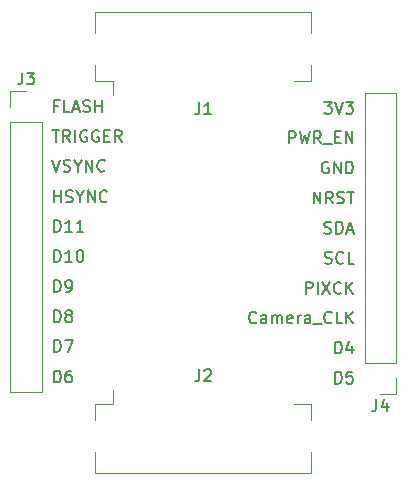
<source format=gto>
G04 #@! TF.GenerationSoftware,KiCad,Pcbnew,5.0.2-bee76a0~70~ubuntu16.04.1*
G04 #@! TF.CreationDate,2019-08-01T02:01:20+05:30*
G04 #@! TF.ProjectId,AR0135_STM32F746G-DISCO_adapter_rev1,41523031-3335-45f5-9354-4d3332463734,rev?*
G04 #@! TF.SameCoordinates,Original*
G04 #@! TF.FileFunction,Legend,Top*
G04 #@! TF.FilePolarity,Positive*
%FSLAX46Y46*%
G04 Gerber Fmt 4.6, Leading zero omitted, Abs format (unit mm)*
G04 Created by KiCad (PCBNEW 5.0.2-bee76a0~70~ubuntu16.04.1) date Thu Aug  1 02:01:20 2019*
%MOMM*%
%LPD*%
G01*
G04 APERTURE LIST*
%ADD10C,0.200000*%
%ADD11C,0.120000*%
%ADD12C,0.150000*%
G04 APERTURE END LIST*
D10*
X17368095Y-41852380D02*
X17368095Y-40852380D01*
X17606190Y-40852380D01*
X17749047Y-40900000D01*
X17844285Y-40995238D01*
X17891904Y-41090476D01*
X17939523Y-41280952D01*
X17939523Y-41423809D01*
X17891904Y-41614285D01*
X17844285Y-41709523D01*
X17749047Y-41804761D01*
X17606190Y-41852380D01*
X17368095Y-41852380D01*
X18796666Y-40852380D02*
X18606190Y-40852380D01*
X18510952Y-40900000D01*
X18463333Y-40947619D01*
X18368095Y-41090476D01*
X18320476Y-41280952D01*
X18320476Y-41661904D01*
X18368095Y-41757142D01*
X18415714Y-41804761D01*
X18510952Y-41852380D01*
X18701428Y-41852380D01*
X18796666Y-41804761D01*
X18844285Y-41757142D01*
X18891904Y-41661904D01*
X18891904Y-41423809D01*
X18844285Y-41328571D01*
X18796666Y-41280952D01*
X18701428Y-41233333D01*
X18510952Y-41233333D01*
X18415714Y-41280952D01*
X18368095Y-41328571D01*
X18320476Y-41423809D01*
X17368095Y-39252380D02*
X17368095Y-38252380D01*
X17606190Y-38252380D01*
X17749047Y-38300000D01*
X17844285Y-38395238D01*
X17891904Y-38490476D01*
X17939523Y-38680952D01*
X17939523Y-38823809D01*
X17891904Y-39014285D01*
X17844285Y-39109523D01*
X17749047Y-39204761D01*
X17606190Y-39252380D01*
X17368095Y-39252380D01*
X18272857Y-38252380D02*
X18939523Y-38252380D01*
X18510952Y-39252380D01*
X17368095Y-36752380D02*
X17368095Y-35752380D01*
X17606190Y-35752380D01*
X17749047Y-35800000D01*
X17844285Y-35895238D01*
X17891904Y-35990476D01*
X17939523Y-36180952D01*
X17939523Y-36323809D01*
X17891904Y-36514285D01*
X17844285Y-36609523D01*
X17749047Y-36704761D01*
X17606190Y-36752380D01*
X17368095Y-36752380D01*
X18510952Y-36180952D02*
X18415714Y-36133333D01*
X18368095Y-36085714D01*
X18320476Y-35990476D01*
X18320476Y-35942857D01*
X18368095Y-35847619D01*
X18415714Y-35800000D01*
X18510952Y-35752380D01*
X18701428Y-35752380D01*
X18796666Y-35800000D01*
X18844285Y-35847619D01*
X18891904Y-35942857D01*
X18891904Y-35990476D01*
X18844285Y-36085714D01*
X18796666Y-36133333D01*
X18701428Y-36180952D01*
X18510952Y-36180952D01*
X18415714Y-36228571D01*
X18368095Y-36276190D01*
X18320476Y-36371428D01*
X18320476Y-36561904D01*
X18368095Y-36657142D01*
X18415714Y-36704761D01*
X18510952Y-36752380D01*
X18701428Y-36752380D01*
X18796666Y-36704761D01*
X18844285Y-36657142D01*
X18891904Y-36561904D01*
X18891904Y-36371428D01*
X18844285Y-36276190D01*
X18796666Y-36228571D01*
X18701428Y-36180952D01*
X17368095Y-34202380D02*
X17368095Y-33202380D01*
X17606190Y-33202380D01*
X17749047Y-33250000D01*
X17844285Y-33345238D01*
X17891904Y-33440476D01*
X17939523Y-33630952D01*
X17939523Y-33773809D01*
X17891904Y-33964285D01*
X17844285Y-34059523D01*
X17749047Y-34154761D01*
X17606190Y-34202380D01*
X17368095Y-34202380D01*
X18415714Y-34202380D02*
X18606190Y-34202380D01*
X18701428Y-34154761D01*
X18749047Y-34107142D01*
X18844285Y-33964285D01*
X18891904Y-33773809D01*
X18891904Y-33392857D01*
X18844285Y-33297619D01*
X18796666Y-33250000D01*
X18701428Y-33202380D01*
X18510952Y-33202380D01*
X18415714Y-33250000D01*
X18368095Y-33297619D01*
X18320476Y-33392857D01*
X18320476Y-33630952D01*
X18368095Y-33726190D01*
X18415714Y-33773809D01*
X18510952Y-33821428D01*
X18701428Y-33821428D01*
X18796666Y-33773809D01*
X18844285Y-33726190D01*
X18891904Y-33630952D01*
X17368095Y-31652380D02*
X17368095Y-30652380D01*
X17606190Y-30652380D01*
X17749047Y-30700000D01*
X17844285Y-30795238D01*
X17891904Y-30890476D01*
X17939523Y-31080952D01*
X17939523Y-31223809D01*
X17891904Y-31414285D01*
X17844285Y-31509523D01*
X17749047Y-31604761D01*
X17606190Y-31652380D01*
X17368095Y-31652380D01*
X18891904Y-31652380D02*
X18320476Y-31652380D01*
X18606190Y-31652380D02*
X18606190Y-30652380D01*
X18510952Y-30795238D01*
X18415714Y-30890476D01*
X18320476Y-30938095D01*
X19510952Y-30652380D02*
X19606190Y-30652380D01*
X19701428Y-30700000D01*
X19749047Y-30747619D01*
X19796666Y-30842857D01*
X19844285Y-31033333D01*
X19844285Y-31271428D01*
X19796666Y-31461904D01*
X19749047Y-31557142D01*
X19701428Y-31604761D01*
X19606190Y-31652380D01*
X19510952Y-31652380D01*
X19415714Y-31604761D01*
X19368095Y-31557142D01*
X19320476Y-31461904D01*
X19272857Y-31271428D01*
X19272857Y-31033333D01*
X19320476Y-30842857D01*
X19368095Y-30747619D01*
X19415714Y-30700000D01*
X19510952Y-30652380D01*
X17368095Y-29102380D02*
X17368095Y-28102380D01*
X17606190Y-28102380D01*
X17749047Y-28150000D01*
X17844285Y-28245238D01*
X17891904Y-28340476D01*
X17939523Y-28530952D01*
X17939523Y-28673809D01*
X17891904Y-28864285D01*
X17844285Y-28959523D01*
X17749047Y-29054761D01*
X17606190Y-29102380D01*
X17368095Y-29102380D01*
X18891904Y-29102380D02*
X18320476Y-29102380D01*
X18606190Y-29102380D02*
X18606190Y-28102380D01*
X18510952Y-28245238D01*
X18415714Y-28340476D01*
X18320476Y-28388095D01*
X19844285Y-29102380D02*
X19272857Y-29102380D01*
X19558571Y-29102380D02*
X19558571Y-28102380D01*
X19463333Y-28245238D01*
X19368095Y-28340476D01*
X19272857Y-28388095D01*
X17368095Y-26602380D02*
X17368095Y-25602380D01*
X17368095Y-26078571D02*
X17939523Y-26078571D01*
X17939523Y-26602380D02*
X17939523Y-25602380D01*
X18368095Y-26554761D02*
X18510952Y-26602380D01*
X18749047Y-26602380D01*
X18844285Y-26554761D01*
X18891904Y-26507142D01*
X18939523Y-26411904D01*
X18939523Y-26316666D01*
X18891904Y-26221428D01*
X18844285Y-26173809D01*
X18749047Y-26126190D01*
X18558571Y-26078571D01*
X18463333Y-26030952D01*
X18415714Y-25983333D01*
X18368095Y-25888095D01*
X18368095Y-25792857D01*
X18415714Y-25697619D01*
X18463333Y-25650000D01*
X18558571Y-25602380D01*
X18796666Y-25602380D01*
X18939523Y-25650000D01*
X19558571Y-26126190D02*
X19558571Y-26602380D01*
X19225238Y-25602380D02*
X19558571Y-26126190D01*
X19891904Y-25602380D01*
X20225238Y-26602380D02*
X20225238Y-25602380D01*
X20796666Y-26602380D01*
X20796666Y-25602380D01*
X21844285Y-26507142D02*
X21796666Y-26554761D01*
X21653809Y-26602380D01*
X21558571Y-26602380D01*
X21415714Y-26554761D01*
X21320476Y-26459523D01*
X21272857Y-26364285D01*
X21225238Y-26173809D01*
X21225238Y-26030952D01*
X21272857Y-25840476D01*
X21320476Y-25745238D01*
X21415714Y-25650000D01*
X21558571Y-25602380D01*
X21653809Y-25602380D01*
X21796666Y-25650000D01*
X21844285Y-25697619D01*
X17225238Y-23002380D02*
X17558571Y-24002380D01*
X17891904Y-23002380D01*
X18177619Y-23954761D02*
X18320476Y-24002380D01*
X18558571Y-24002380D01*
X18653809Y-23954761D01*
X18701428Y-23907142D01*
X18749047Y-23811904D01*
X18749047Y-23716666D01*
X18701428Y-23621428D01*
X18653809Y-23573809D01*
X18558571Y-23526190D01*
X18368095Y-23478571D01*
X18272857Y-23430952D01*
X18225238Y-23383333D01*
X18177619Y-23288095D01*
X18177619Y-23192857D01*
X18225238Y-23097619D01*
X18272857Y-23050000D01*
X18368095Y-23002380D01*
X18606190Y-23002380D01*
X18749047Y-23050000D01*
X19368095Y-23526190D02*
X19368095Y-24002380D01*
X19034761Y-23002380D02*
X19368095Y-23526190D01*
X19701428Y-23002380D01*
X20034761Y-24002380D02*
X20034761Y-23002380D01*
X20606190Y-24002380D01*
X20606190Y-23002380D01*
X21653809Y-23907142D02*
X21606190Y-23954761D01*
X21463333Y-24002380D01*
X21368095Y-24002380D01*
X21225238Y-23954761D01*
X21130000Y-23859523D01*
X21082380Y-23764285D01*
X21034761Y-23573809D01*
X21034761Y-23430952D01*
X21082380Y-23240476D01*
X21130000Y-23145238D01*
X21225238Y-23050000D01*
X21368095Y-23002380D01*
X21463333Y-23002380D01*
X21606190Y-23050000D01*
X21653809Y-23097619D01*
X17225238Y-20502380D02*
X17796666Y-20502380D01*
X17510952Y-21502380D02*
X17510952Y-20502380D01*
X18701428Y-21502380D02*
X18368095Y-21026190D01*
X18130000Y-21502380D02*
X18130000Y-20502380D01*
X18510952Y-20502380D01*
X18606190Y-20550000D01*
X18653809Y-20597619D01*
X18701428Y-20692857D01*
X18701428Y-20835714D01*
X18653809Y-20930952D01*
X18606190Y-20978571D01*
X18510952Y-21026190D01*
X18130000Y-21026190D01*
X19130000Y-21502380D02*
X19130000Y-20502380D01*
X20130000Y-20550000D02*
X20034761Y-20502380D01*
X19891904Y-20502380D01*
X19749047Y-20550000D01*
X19653809Y-20645238D01*
X19606190Y-20740476D01*
X19558571Y-20930952D01*
X19558571Y-21073809D01*
X19606190Y-21264285D01*
X19653809Y-21359523D01*
X19749047Y-21454761D01*
X19891904Y-21502380D01*
X19987142Y-21502380D01*
X20130000Y-21454761D01*
X20177619Y-21407142D01*
X20177619Y-21073809D01*
X19987142Y-21073809D01*
X21130000Y-20550000D02*
X21034761Y-20502380D01*
X20891904Y-20502380D01*
X20749047Y-20550000D01*
X20653809Y-20645238D01*
X20606190Y-20740476D01*
X20558571Y-20930952D01*
X20558571Y-21073809D01*
X20606190Y-21264285D01*
X20653809Y-21359523D01*
X20749047Y-21454761D01*
X20891904Y-21502380D01*
X20987142Y-21502380D01*
X21130000Y-21454761D01*
X21177619Y-21407142D01*
X21177619Y-21073809D01*
X20987142Y-21073809D01*
X21606190Y-20978571D02*
X21939523Y-20978571D01*
X22082380Y-21502380D02*
X21606190Y-21502380D01*
X21606190Y-20502380D01*
X22082380Y-20502380D01*
X23082380Y-21502380D02*
X22749047Y-21026190D01*
X22510952Y-21502380D02*
X22510952Y-20502380D01*
X22891904Y-20502380D01*
X22987142Y-20550000D01*
X23034761Y-20597619D01*
X23082380Y-20692857D01*
X23082380Y-20835714D01*
X23034761Y-20930952D01*
X22987142Y-20978571D01*
X22891904Y-21026190D01*
X22510952Y-21026190D01*
X17701428Y-18428571D02*
X17368095Y-18428571D01*
X17368095Y-18952380D02*
X17368095Y-17952380D01*
X17844285Y-17952380D01*
X18701428Y-18952380D02*
X18225238Y-18952380D01*
X18225238Y-17952380D01*
X18987142Y-18666666D02*
X19463333Y-18666666D01*
X18891904Y-18952380D02*
X19225238Y-17952380D01*
X19558571Y-18952380D01*
X19844285Y-18904761D02*
X19987142Y-18952380D01*
X20225238Y-18952380D01*
X20320476Y-18904761D01*
X20368095Y-18857142D01*
X20415714Y-18761904D01*
X20415714Y-18666666D01*
X20368095Y-18571428D01*
X20320476Y-18523809D01*
X20225238Y-18476190D01*
X20034761Y-18428571D01*
X19939523Y-18380952D01*
X19891904Y-18333333D01*
X19844285Y-18238095D01*
X19844285Y-18142857D01*
X19891904Y-18047619D01*
X19939523Y-18000000D01*
X20034761Y-17952380D01*
X20272857Y-17952380D01*
X20415714Y-18000000D01*
X20844285Y-18952380D02*
X20844285Y-17952380D01*
X20844285Y-18428571D02*
X21415714Y-18428571D01*
X21415714Y-18952380D02*
X21415714Y-17952380D01*
X41155714Y-41952380D02*
X41155714Y-40952380D01*
X41393809Y-40952380D01*
X41536666Y-41000000D01*
X41631904Y-41095238D01*
X41679523Y-41190476D01*
X41727142Y-41380952D01*
X41727142Y-41523809D01*
X41679523Y-41714285D01*
X41631904Y-41809523D01*
X41536666Y-41904761D01*
X41393809Y-41952380D01*
X41155714Y-41952380D01*
X42631904Y-40952380D02*
X42155714Y-40952380D01*
X42108095Y-41428571D01*
X42155714Y-41380952D01*
X42250952Y-41333333D01*
X42489047Y-41333333D01*
X42584285Y-41380952D01*
X42631904Y-41428571D01*
X42679523Y-41523809D01*
X42679523Y-41761904D01*
X42631904Y-41857142D01*
X42584285Y-41904761D01*
X42489047Y-41952380D01*
X42250952Y-41952380D01*
X42155714Y-41904761D01*
X42108095Y-41857142D01*
X41155714Y-39402380D02*
X41155714Y-38402380D01*
X41393809Y-38402380D01*
X41536666Y-38450000D01*
X41631904Y-38545238D01*
X41679523Y-38640476D01*
X41727142Y-38830952D01*
X41727142Y-38973809D01*
X41679523Y-39164285D01*
X41631904Y-39259523D01*
X41536666Y-39354761D01*
X41393809Y-39402380D01*
X41155714Y-39402380D01*
X42584285Y-38735714D02*
X42584285Y-39402380D01*
X42346190Y-38354761D02*
X42108095Y-39069047D01*
X42727142Y-39069047D01*
X34489047Y-36757142D02*
X34441428Y-36804761D01*
X34298571Y-36852380D01*
X34203333Y-36852380D01*
X34060476Y-36804761D01*
X33965238Y-36709523D01*
X33917619Y-36614285D01*
X33870000Y-36423809D01*
X33870000Y-36280952D01*
X33917619Y-36090476D01*
X33965238Y-35995238D01*
X34060476Y-35900000D01*
X34203333Y-35852380D01*
X34298571Y-35852380D01*
X34441428Y-35900000D01*
X34489047Y-35947619D01*
X35346190Y-36852380D02*
X35346190Y-36328571D01*
X35298571Y-36233333D01*
X35203333Y-36185714D01*
X35012857Y-36185714D01*
X34917619Y-36233333D01*
X35346190Y-36804761D02*
X35250952Y-36852380D01*
X35012857Y-36852380D01*
X34917619Y-36804761D01*
X34870000Y-36709523D01*
X34870000Y-36614285D01*
X34917619Y-36519047D01*
X35012857Y-36471428D01*
X35250952Y-36471428D01*
X35346190Y-36423809D01*
X35822380Y-36852380D02*
X35822380Y-36185714D01*
X35822380Y-36280952D02*
X35870000Y-36233333D01*
X35965238Y-36185714D01*
X36108095Y-36185714D01*
X36203333Y-36233333D01*
X36250952Y-36328571D01*
X36250952Y-36852380D01*
X36250952Y-36328571D02*
X36298571Y-36233333D01*
X36393809Y-36185714D01*
X36536666Y-36185714D01*
X36631904Y-36233333D01*
X36679523Y-36328571D01*
X36679523Y-36852380D01*
X37536666Y-36804761D02*
X37441428Y-36852380D01*
X37250952Y-36852380D01*
X37155714Y-36804761D01*
X37108095Y-36709523D01*
X37108095Y-36328571D01*
X37155714Y-36233333D01*
X37250952Y-36185714D01*
X37441428Y-36185714D01*
X37536666Y-36233333D01*
X37584285Y-36328571D01*
X37584285Y-36423809D01*
X37108095Y-36519047D01*
X38012857Y-36852380D02*
X38012857Y-36185714D01*
X38012857Y-36376190D02*
X38060476Y-36280952D01*
X38108095Y-36233333D01*
X38203333Y-36185714D01*
X38298571Y-36185714D01*
X39060476Y-36852380D02*
X39060476Y-36328571D01*
X39012857Y-36233333D01*
X38917619Y-36185714D01*
X38727142Y-36185714D01*
X38631904Y-36233333D01*
X39060476Y-36804761D02*
X38965238Y-36852380D01*
X38727142Y-36852380D01*
X38631904Y-36804761D01*
X38584285Y-36709523D01*
X38584285Y-36614285D01*
X38631904Y-36519047D01*
X38727142Y-36471428D01*
X38965238Y-36471428D01*
X39060476Y-36423809D01*
X39298571Y-36947619D02*
X40060476Y-36947619D01*
X40870000Y-36757142D02*
X40822380Y-36804761D01*
X40679523Y-36852380D01*
X40584285Y-36852380D01*
X40441428Y-36804761D01*
X40346190Y-36709523D01*
X40298571Y-36614285D01*
X40250952Y-36423809D01*
X40250952Y-36280952D01*
X40298571Y-36090476D01*
X40346190Y-35995238D01*
X40441428Y-35900000D01*
X40584285Y-35852380D01*
X40679523Y-35852380D01*
X40822380Y-35900000D01*
X40870000Y-35947619D01*
X41774761Y-36852380D02*
X41298571Y-36852380D01*
X41298571Y-35852380D01*
X42108095Y-36852380D02*
X42108095Y-35852380D01*
X42679523Y-36852380D02*
X42250952Y-36280952D01*
X42679523Y-35852380D02*
X42108095Y-36423809D01*
X38679523Y-34352380D02*
X38679523Y-33352380D01*
X39060476Y-33352380D01*
X39155714Y-33400000D01*
X39203333Y-33447619D01*
X39250952Y-33542857D01*
X39250952Y-33685714D01*
X39203333Y-33780952D01*
X39155714Y-33828571D01*
X39060476Y-33876190D01*
X38679523Y-33876190D01*
X39679523Y-34352380D02*
X39679523Y-33352380D01*
X40060476Y-33352380D02*
X40727142Y-34352380D01*
X40727142Y-33352380D02*
X40060476Y-34352380D01*
X41679523Y-34257142D02*
X41631904Y-34304761D01*
X41489047Y-34352380D01*
X41393809Y-34352380D01*
X41250952Y-34304761D01*
X41155714Y-34209523D01*
X41108095Y-34114285D01*
X41060476Y-33923809D01*
X41060476Y-33780952D01*
X41108095Y-33590476D01*
X41155714Y-33495238D01*
X41250952Y-33400000D01*
X41393809Y-33352380D01*
X41489047Y-33352380D01*
X41631904Y-33400000D01*
X41679523Y-33447619D01*
X42108095Y-34352380D02*
X42108095Y-33352380D01*
X42679523Y-34352380D02*
X42250952Y-33780952D01*
X42679523Y-33352380D02*
X42108095Y-33923809D01*
X40298571Y-31754761D02*
X40441428Y-31802380D01*
X40679523Y-31802380D01*
X40774761Y-31754761D01*
X40822380Y-31707142D01*
X40870000Y-31611904D01*
X40870000Y-31516666D01*
X40822380Y-31421428D01*
X40774761Y-31373809D01*
X40679523Y-31326190D01*
X40489047Y-31278571D01*
X40393809Y-31230952D01*
X40346190Y-31183333D01*
X40298571Y-31088095D01*
X40298571Y-30992857D01*
X40346190Y-30897619D01*
X40393809Y-30850000D01*
X40489047Y-30802380D01*
X40727142Y-30802380D01*
X40870000Y-30850000D01*
X41870000Y-31707142D02*
X41822380Y-31754761D01*
X41679523Y-31802380D01*
X41584285Y-31802380D01*
X41441428Y-31754761D01*
X41346190Y-31659523D01*
X41298571Y-31564285D01*
X41250952Y-31373809D01*
X41250952Y-31230952D01*
X41298571Y-31040476D01*
X41346190Y-30945238D01*
X41441428Y-30850000D01*
X41584285Y-30802380D01*
X41679523Y-30802380D01*
X41822380Y-30850000D01*
X41870000Y-30897619D01*
X42774761Y-31802380D02*
X42298571Y-31802380D01*
X42298571Y-30802380D01*
X40250952Y-29204761D02*
X40393809Y-29252380D01*
X40631904Y-29252380D01*
X40727142Y-29204761D01*
X40774761Y-29157142D01*
X40822380Y-29061904D01*
X40822380Y-28966666D01*
X40774761Y-28871428D01*
X40727142Y-28823809D01*
X40631904Y-28776190D01*
X40441428Y-28728571D01*
X40346190Y-28680952D01*
X40298571Y-28633333D01*
X40250952Y-28538095D01*
X40250952Y-28442857D01*
X40298571Y-28347619D01*
X40346190Y-28300000D01*
X40441428Y-28252380D01*
X40679523Y-28252380D01*
X40822380Y-28300000D01*
X41250952Y-29252380D02*
X41250952Y-28252380D01*
X41489047Y-28252380D01*
X41631904Y-28300000D01*
X41727142Y-28395238D01*
X41774761Y-28490476D01*
X41822380Y-28680952D01*
X41822380Y-28823809D01*
X41774761Y-29014285D01*
X41727142Y-29109523D01*
X41631904Y-29204761D01*
X41489047Y-29252380D01*
X41250952Y-29252380D01*
X42203333Y-28966666D02*
X42679523Y-28966666D01*
X42108095Y-29252380D02*
X42441428Y-28252380D01*
X42774761Y-29252380D01*
X39346190Y-26702380D02*
X39346190Y-25702380D01*
X39917619Y-26702380D01*
X39917619Y-25702380D01*
X40965238Y-26702380D02*
X40631904Y-26226190D01*
X40393809Y-26702380D02*
X40393809Y-25702380D01*
X40774761Y-25702380D01*
X40870000Y-25750000D01*
X40917619Y-25797619D01*
X40965238Y-25892857D01*
X40965238Y-26035714D01*
X40917619Y-26130952D01*
X40870000Y-26178571D01*
X40774761Y-26226190D01*
X40393809Y-26226190D01*
X41346190Y-26654761D02*
X41489047Y-26702380D01*
X41727142Y-26702380D01*
X41822380Y-26654761D01*
X41870000Y-26607142D01*
X41917619Y-26511904D01*
X41917619Y-26416666D01*
X41870000Y-26321428D01*
X41822380Y-26273809D01*
X41727142Y-26226190D01*
X41536666Y-26178571D01*
X41441428Y-26130952D01*
X41393809Y-26083333D01*
X41346190Y-25988095D01*
X41346190Y-25892857D01*
X41393809Y-25797619D01*
X41441428Y-25750000D01*
X41536666Y-25702380D01*
X41774761Y-25702380D01*
X41917619Y-25750000D01*
X42203333Y-25702380D02*
X42774761Y-25702380D01*
X42489047Y-26702380D02*
X42489047Y-25702380D01*
X40584285Y-23200000D02*
X40489047Y-23152380D01*
X40346190Y-23152380D01*
X40203333Y-23200000D01*
X40108095Y-23295238D01*
X40060476Y-23390476D01*
X40012857Y-23580952D01*
X40012857Y-23723809D01*
X40060476Y-23914285D01*
X40108095Y-24009523D01*
X40203333Y-24104761D01*
X40346190Y-24152380D01*
X40441428Y-24152380D01*
X40584285Y-24104761D01*
X40631904Y-24057142D01*
X40631904Y-23723809D01*
X40441428Y-23723809D01*
X41060476Y-24152380D02*
X41060476Y-23152380D01*
X41631904Y-24152380D01*
X41631904Y-23152380D01*
X42108095Y-24152380D02*
X42108095Y-23152380D01*
X42346190Y-23152380D01*
X42489047Y-23200000D01*
X42584285Y-23295238D01*
X42631904Y-23390476D01*
X42679523Y-23580952D01*
X42679523Y-23723809D01*
X42631904Y-23914285D01*
X42584285Y-24009523D01*
X42489047Y-24104761D01*
X42346190Y-24152380D01*
X42108095Y-24152380D01*
X37250952Y-21602380D02*
X37250952Y-20602380D01*
X37631904Y-20602380D01*
X37727142Y-20650000D01*
X37774761Y-20697619D01*
X37822380Y-20792857D01*
X37822380Y-20935714D01*
X37774761Y-21030952D01*
X37727142Y-21078571D01*
X37631904Y-21126190D01*
X37250952Y-21126190D01*
X38155714Y-20602380D02*
X38393809Y-21602380D01*
X38584285Y-20888095D01*
X38774761Y-21602380D01*
X39012857Y-20602380D01*
X39965238Y-21602380D02*
X39631904Y-21126190D01*
X39393809Y-21602380D02*
X39393809Y-20602380D01*
X39774761Y-20602380D01*
X39870000Y-20650000D01*
X39917619Y-20697619D01*
X39965238Y-20792857D01*
X39965238Y-20935714D01*
X39917619Y-21030952D01*
X39870000Y-21078571D01*
X39774761Y-21126190D01*
X39393809Y-21126190D01*
X40155714Y-21697619D02*
X40917619Y-21697619D01*
X41155714Y-21078571D02*
X41489047Y-21078571D01*
X41631904Y-21602380D02*
X41155714Y-21602380D01*
X41155714Y-20602380D01*
X41631904Y-20602380D01*
X42060476Y-21602380D02*
X42060476Y-20602380D01*
X42631904Y-21602380D01*
X42631904Y-20602380D01*
X40250952Y-18102380D02*
X40870000Y-18102380D01*
X40536666Y-18483333D01*
X40679523Y-18483333D01*
X40774761Y-18530952D01*
X40822380Y-18578571D01*
X40870000Y-18673809D01*
X40870000Y-18911904D01*
X40822380Y-19007142D01*
X40774761Y-19054761D01*
X40679523Y-19102380D01*
X40393809Y-19102380D01*
X40298571Y-19054761D01*
X40250952Y-19007142D01*
X41155714Y-18102380D02*
X41489047Y-19102380D01*
X41822380Y-18102380D01*
X42060476Y-18102380D02*
X42679523Y-18102380D01*
X42346190Y-18483333D01*
X42489047Y-18483333D01*
X42584285Y-18530952D01*
X42631904Y-18578571D01*
X42679523Y-18673809D01*
X42679523Y-18911904D01*
X42631904Y-19007142D01*
X42584285Y-19054761D01*
X42489047Y-19102380D01*
X42203333Y-19102380D01*
X42108095Y-19054761D01*
X42060476Y-19007142D01*
D11*
G04 #@! TO.C,J2*
X22340000Y-43700000D02*
X22340000Y-42500000D01*
X39150000Y-49500000D02*
X39150000Y-47760000D01*
X20850000Y-49500000D02*
X39150000Y-49500000D01*
X20850000Y-47760000D02*
X20850000Y-49500000D01*
X39150000Y-43700000D02*
X39150000Y-45040000D01*
X37660000Y-43700000D02*
X39150000Y-43700000D01*
X20850000Y-43700000D02*
X20850000Y-45040000D01*
X22340000Y-43700000D02*
X20850000Y-43700000D01*
G04 #@! TO.C,J3*
X13670000Y-42690000D02*
X16330000Y-42690000D01*
X13670000Y-19770000D02*
X13670000Y-42690000D01*
X16330000Y-19770000D02*
X16330000Y-42690000D01*
X13670000Y-19770000D02*
X16330000Y-19770000D01*
X13670000Y-18500000D02*
X13670000Y-17170000D01*
X13670000Y-17170000D02*
X15000000Y-17170000D01*
G04 #@! TO.C,J4*
X46330000Y-42830000D02*
X45000000Y-42830000D01*
X46330000Y-41500000D02*
X46330000Y-42830000D01*
X46330000Y-40230000D02*
X43670000Y-40230000D01*
X43670000Y-40230000D02*
X43670000Y-17310000D01*
X46330000Y-40230000D02*
X46330000Y-17310000D01*
X46330000Y-17310000D02*
X43670000Y-17310000D01*
G04 #@! TO.C,J1*
X37660000Y-16300000D02*
X39150000Y-16300000D01*
X39150000Y-16300000D02*
X39150000Y-14960000D01*
X22340000Y-16300000D02*
X20850000Y-16300000D01*
X20850000Y-16300000D02*
X20850000Y-14960000D01*
X39150000Y-12240000D02*
X39150000Y-10500000D01*
X39150000Y-10500000D02*
X20850000Y-10500000D01*
X20850000Y-10500000D02*
X20850000Y-12240000D01*
X22350000Y-16300000D02*
X22350000Y-17500000D01*
G04 #@! TO.C,J2*
D12*
X29666666Y-40752380D02*
X29666666Y-41466666D01*
X29619047Y-41609523D01*
X29523809Y-41704761D01*
X29380952Y-41752380D01*
X29285714Y-41752380D01*
X30095238Y-40847619D02*
X30142857Y-40800000D01*
X30238095Y-40752380D01*
X30476190Y-40752380D01*
X30571428Y-40800000D01*
X30619047Y-40847619D01*
X30666666Y-40942857D01*
X30666666Y-41038095D01*
X30619047Y-41180952D01*
X30047619Y-41752380D01*
X30666666Y-41752380D01*
G04 #@! TO.C,J3*
X14666666Y-15622380D02*
X14666666Y-16336666D01*
X14619047Y-16479523D01*
X14523809Y-16574761D01*
X14380952Y-16622380D01*
X14285714Y-16622380D01*
X15047619Y-15622380D02*
X15666666Y-15622380D01*
X15333333Y-16003333D01*
X15476190Y-16003333D01*
X15571428Y-16050952D01*
X15619047Y-16098571D01*
X15666666Y-16193809D01*
X15666666Y-16431904D01*
X15619047Y-16527142D01*
X15571428Y-16574761D01*
X15476190Y-16622380D01*
X15190476Y-16622380D01*
X15095238Y-16574761D01*
X15047619Y-16527142D01*
G04 #@! TO.C,J4*
X44666666Y-43282380D02*
X44666666Y-43996666D01*
X44619047Y-44139523D01*
X44523809Y-44234761D01*
X44380952Y-44282380D01*
X44285714Y-44282380D01*
X45571428Y-43615714D02*
X45571428Y-44282380D01*
X45333333Y-43234761D02*
X45095238Y-43949047D01*
X45714285Y-43949047D01*
G04 #@! TO.C,J1*
X29666666Y-18152380D02*
X29666666Y-18866666D01*
X29619047Y-19009523D01*
X29523809Y-19104761D01*
X29380952Y-19152380D01*
X29285714Y-19152380D01*
X30666666Y-19152380D02*
X30095238Y-19152380D01*
X30380952Y-19152380D02*
X30380952Y-18152380D01*
X30285714Y-18295238D01*
X30190476Y-18390476D01*
X30095238Y-18438095D01*
G04 #@! TD*
M02*

</source>
